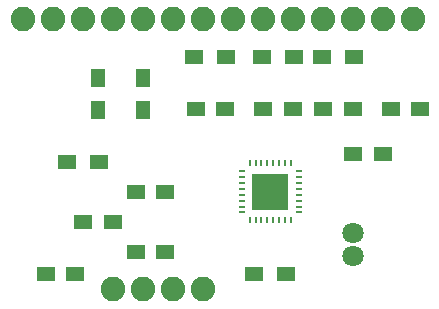
<source format=gts>
G04 #@! TF.FileFunction,Soldermask,Top*
%FSLAX46Y46*%
G04 Gerber Fmt 4.6, Leading zero omitted, Abs format (unit mm)*
G04 Created by KiCad (PCBNEW 4.0.6) date Monday, December 04, 2017 'PMt' 08:22:42 PM*
%MOMM*%
%LPD*%
G01*
G04 APERTURE LIST*
%ADD10C,0.100000*%
%ADD11R,1.500000X1.250000*%
%ADD12C,1.800860*%
%ADD13C,2.082800*%
%ADD14R,1.500000X1.300000*%
%ADD15R,1.300000X1.500000*%
%ADD16R,1.550000X1.550000*%
%ADD17R,0.600000X0.250000*%
%ADD18R,0.250000X0.600000*%
G04 APERTURE END LIST*
D10*
D11*
X164485000Y-118745000D03*
X166985000Y-118745000D03*
X170200000Y-118745000D03*
X172700000Y-118745000D03*
X175280000Y-118745000D03*
X177780000Y-118745000D03*
X161905000Y-125730000D03*
X159405000Y-125730000D03*
X157460000Y-128270000D03*
X154960000Y-128270000D03*
X159405000Y-130810000D03*
X161905000Y-130810000D03*
X180995000Y-118745000D03*
X183495000Y-118745000D03*
X177820000Y-122555000D03*
X180320000Y-122555000D03*
X154285000Y-132715000D03*
X151785000Y-132715000D03*
D12*
X177800000Y-129176780D03*
X177800000Y-131173220D03*
D13*
X165100000Y-111125000D03*
X167640000Y-111125000D03*
X170180000Y-111125000D03*
X172720000Y-111125000D03*
X175260000Y-111125000D03*
X177800000Y-111125000D03*
X180340000Y-111125000D03*
X182880000Y-111125000D03*
X149860000Y-111125000D03*
X152400000Y-111125000D03*
X154940000Y-111125000D03*
X157480000Y-111125000D03*
X160020000Y-111125000D03*
X162560000Y-111125000D03*
X157480000Y-133985000D03*
X160020000Y-133985000D03*
X162560000Y-133985000D03*
X165100000Y-133985000D03*
D14*
X169465000Y-132715000D03*
X172165000Y-132715000D03*
X156290000Y-123190000D03*
X153590000Y-123190000D03*
X167085000Y-114300000D03*
X164385000Y-114300000D03*
X172800000Y-114300000D03*
X170100000Y-114300000D03*
X177880000Y-114300000D03*
X175180000Y-114300000D03*
D15*
X156210000Y-116125000D03*
X156210000Y-118825000D03*
X160020000Y-116125000D03*
X160020000Y-118825000D03*
D16*
X170040000Y-126505000D03*
X170040000Y-124955000D03*
X171590000Y-124955000D03*
D17*
X168415000Y-123980000D03*
X168415000Y-124480000D03*
X168415000Y-124980000D03*
X168415000Y-125480000D03*
X168415000Y-125980000D03*
X168415000Y-126480000D03*
X168415000Y-126980000D03*
X168415000Y-127480000D03*
D18*
X169065000Y-128130000D03*
X169565000Y-128130000D03*
X170065000Y-128130000D03*
X170565000Y-128130000D03*
X171065000Y-128130000D03*
X171565000Y-128130000D03*
X172065000Y-128130000D03*
X172565000Y-128130000D03*
D17*
X173215000Y-127480000D03*
X173215000Y-126980000D03*
X173215000Y-126480000D03*
X173215000Y-125980000D03*
X173215000Y-125480000D03*
X173215000Y-124980000D03*
X173215000Y-124480000D03*
X173215000Y-123980000D03*
D18*
X172565000Y-123330000D03*
X172065000Y-123330000D03*
X171565000Y-123330000D03*
X171065000Y-123330000D03*
X170565000Y-123330000D03*
X170065000Y-123330000D03*
X169565000Y-123330000D03*
X169065000Y-123330000D03*
D16*
X171590000Y-126505000D03*
M02*

</source>
